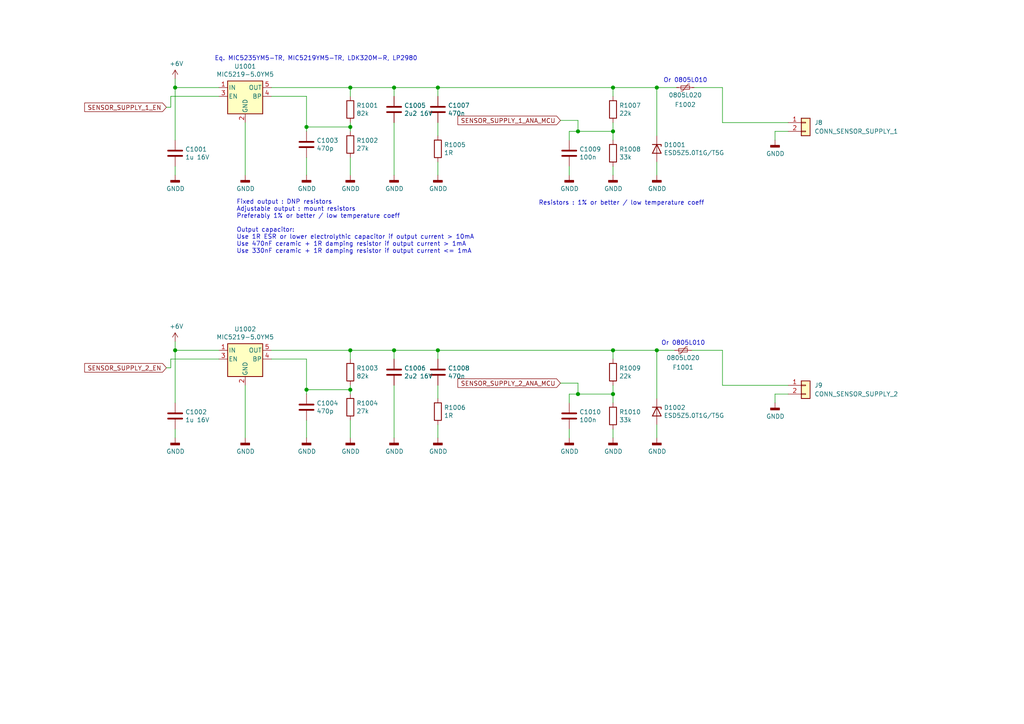
<source format=kicad_sch>
(kicad_sch (version 20211123) (generator eeschema)

  (uuid d6c482ff-4525-4ce3-8956-85284727dbd3)

  (paper "A4")

  (lib_symbols
    (symbol "Connector_Generic:Conn_01x02" (pin_names (offset 1.016) hide) (in_bom yes) (on_board yes)
      (property "Reference" "J" (id 0) (at 0 2.54 0)
        (effects (font (size 1.27 1.27)))
      )
      (property "Value" "Conn_01x02" (id 1) (at 0 -5.08 0)
        (effects (font (size 1.27 1.27)))
      )
      (property "Footprint" "" (id 2) (at 0 0 0)
        (effects (font (size 1.27 1.27)) hide)
      )
      (property "Datasheet" "~" (id 3) (at 0 0 0)
        (effects (font (size 1.27 1.27)) hide)
      )
      (property "ki_keywords" "connector" (id 4) (at 0 0 0)
        (effects (font (size 1.27 1.27)) hide)
      )
      (property "ki_description" "Generic connector, single row, 01x02, script generated (kicad-library-utils/schlib/autogen/connector/)" (id 5) (at 0 0 0)
        (effects (font (size 1.27 1.27)) hide)
      )
      (property "ki_fp_filters" "Connector*:*_1x??_*" (id 6) (at 0 0 0)
        (effects (font (size 1.27 1.27)) hide)
      )
      (symbol "Conn_01x02_1_1"
        (rectangle (start -1.27 -2.413) (end 0 -2.667)
          (stroke (width 0.1524) (type default) (color 0 0 0 0))
          (fill (type none))
        )
        (rectangle (start -1.27 0.127) (end 0 -0.127)
          (stroke (width 0.1524) (type default) (color 0 0 0 0))
          (fill (type none))
        )
        (rectangle (start -1.27 1.27) (end 1.27 -3.81)
          (stroke (width 0.254) (type default) (color 0 0 0 0))
          (fill (type background))
        )
        (pin passive line (at -5.08 0 0) (length 3.81)
          (name "Pin_1" (effects (font (size 1.27 1.27))))
          (number "1" (effects (font (size 1.27 1.27))))
        )
        (pin passive line (at -5.08 -2.54 0) (length 3.81)
          (name "Pin_2" (effects (font (size 1.27 1.27))))
          (number "2" (effects (font (size 1.27 1.27))))
        )
      )
    )
    (symbol "Device:C" (pin_numbers hide) (pin_names (offset 0.254)) (in_bom yes) (on_board yes)
      (property "Reference" "C" (id 0) (at 0.635 2.54 0)
        (effects (font (size 1.27 1.27)) (justify left))
      )
      (property "Value" "C" (id 1) (at 0.635 -2.54 0)
        (effects (font (size 1.27 1.27)) (justify left))
      )
      (property "Footprint" "" (id 2) (at 0.9652 -3.81 0)
        (effects (font (size 1.27 1.27)) hide)
      )
      (property "Datasheet" "~" (id 3) (at 0 0 0)
        (effects (font (size 1.27 1.27)) hide)
      )
      (property "ki_keywords" "cap capacitor" (id 4) (at 0 0 0)
        (effects (font (size 1.27 1.27)) hide)
      )
      (property "ki_description" "Unpolarized capacitor" (id 5) (at 0 0 0)
        (effects (font (size 1.27 1.27)) hide)
      )
      (property "ki_fp_filters" "C_*" (id 6) (at 0 0 0)
        (effects (font (size 1.27 1.27)) hide)
      )
      (symbol "C_0_1"
        (polyline
          (pts
            (xy -2.032 -0.762)
            (xy 2.032 -0.762)
          )
          (stroke (width 0.508) (type default) (color 0 0 0 0))
          (fill (type none))
        )
        (polyline
          (pts
            (xy -2.032 0.762)
            (xy 2.032 0.762)
          )
          (stroke (width 0.508) (type default) (color 0 0 0 0))
          (fill (type none))
        )
      )
      (symbol "C_1_1"
        (pin passive line (at 0 3.81 270) (length 2.794)
          (name "~" (effects (font (size 1.27 1.27))))
          (number "1" (effects (font (size 1.27 1.27))))
        )
        (pin passive line (at 0 -3.81 90) (length 2.794)
          (name "~" (effects (font (size 1.27 1.27))))
          (number "2" (effects (font (size 1.27 1.27))))
        )
      )
    )
    (symbol "Device:D_Zener" (pin_numbers hide) (pin_names (offset 1.016) hide) (in_bom yes) (on_board yes)
      (property "Reference" "D" (id 0) (at 0 2.54 0)
        (effects (font (size 1.27 1.27)))
      )
      (property "Value" "D_Zener" (id 1) (at 0 -2.54 0)
        (effects (font (size 1.27 1.27)))
      )
      (property "Footprint" "" (id 2) (at 0 0 0)
        (effects (font (size 1.27 1.27)) hide)
      )
      (property "Datasheet" "~" (id 3) (at 0 0 0)
        (effects (font (size 1.27 1.27)) hide)
      )
      (property "ki_keywords" "diode" (id 4) (at 0 0 0)
        (effects (font (size 1.27 1.27)) hide)
      )
      (property "ki_description" "Zener diode" (id 5) (at 0 0 0)
        (effects (font (size 1.27 1.27)) hide)
      )
      (property "ki_fp_filters" "TO-???* *_Diode_* *SingleDiode* D_*" (id 6) (at 0 0 0)
        (effects (font (size 1.27 1.27)) hide)
      )
      (symbol "D_Zener_0_1"
        (polyline
          (pts
            (xy 1.27 0)
            (xy -1.27 0)
          )
          (stroke (width 0) (type default) (color 0 0 0 0))
          (fill (type none))
        )
        (polyline
          (pts
            (xy -1.27 -1.27)
            (xy -1.27 1.27)
            (xy -0.762 1.27)
          )
          (stroke (width 0.254) (type default) (color 0 0 0 0))
          (fill (type none))
        )
        (polyline
          (pts
            (xy 1.27 -1.27)
            (xy 1.27 1.27)
            (xy -1.27 0)
            (xy 1.27 -1.27)
          )
          (stroke (width 0.254) (type default) (color 0 0 0 0))
          (fill (type none))
        )
      )
      (symbol "D_Zener_1_1"
        (pin passive line (at -3.81 0 0) (length 2.54)
          (name "K" (effects (font (size 1.27 1.27))))
          (number "1" (effects (font (size 1.27 1.27))))
        )
        (pin passive line (at 3.81 0 180) (length 2.54)
          (name "A" (effects (font (size 1.27 1.27))))
          (number "2" (effects (font (size 1.27 1.27))))
        )
      )
    )
    (symbol "Device:Polyfuse_Small" (pin_numbers hide) (pin_names (offset 0)) (in_bom yes) (on_board yes)
      (property "Reference" "F" (id 0) (at -1.905 0 90)
        (effects (font (size 1.27 1.27)))
      )
      (property "Value" "Polyfuse_Small" (id 1) (at 1.905 0 90)
        (effects (font (size 1.27 1.27)))
      )
      (property "Footprint" "" (id 2) (at 1.27 -5.08 0)
        (effects (font (size 1.27 1.27)) (justify left) hide)
      )
      (property "Datasheet" "~" (id 3) (at 0 0 0)
        (effects (font (size 1.27 1.27)) hide)
      )
      (property "ki_keywords" "resettable fuse PTC PPTC polyfuse polyswitch" (id 4) (at 0 0 0)
        (effects (font (size 1.27 1.27)) hide)
      )
      (property "ki_description" "Resettable fuse, polymeric positive temperature coefficient, small symbol" (id 5) (at 0 0 0)
        (effects (font (size 1.27 1.27)) hide)
      )
      (property "ki_fp_filters" "*polyfuse* *PTC*" (id 6) (at 0 0 0)
        (effects (font (size 1.27 1.27)) hide)
      )
      (symbol "Polyfuse_Small_0_1"
        (rectangle (start -0.508 1.27) (end 0.508 -1.27)
          (stroke (width 0) (type default) (color 0 0 0 0))
          (fill (type none))
        )
        (polyline
          (pts
            (xy 0 2.54)
            (xy 0 -2.54)
          )
          (stroke (width 0) (type default) (color 0 0 0 0))
          (fill (type none))
        )
        (polyline
          (pts
            (xy -1.016 1.27)
            (xy -1.016 0.762)
            (xy 1.016 -0.762)
            (xy 1.016 -1.27)
          )
          (stroke (width 0) (type default) (color 0 0 0 0))
          (fill (type none))
        )
      )
      (symbol "Polyfuse_Small_1_1"
        (pin passive line (at 0 2.54 270) (length 0.635)
          (name "~" (effects (font (size 1.27 1.27))))
          (number "1" (effects (font (size 1.27 1.27))))
        )
        (pin passive line (at 0 -2.54 90) (length 0.635)
          (name "~" (effects (font (size 1.27 1.27))))
          (number "2" (effects (font (size 1.27 1.27))))
        )
      )
    )
    (symbol "Device:R" (pin_numbers hide) (pin_names (offset 0)) (in_bom yes) (on_board yes)
      (property "Reference" "R" (id 0) (at 2.032 0 90)
        (effects (font (size 1.27 1.27)))
      )
      (property "Value" "R" (id 1) (at 0 0 90)
        (effects (font (size 1.27 1.27)))
      )
      (property "Footprint" "" (id 2) (at -1.778 0 90)
        (effects (font (size 1.27 1.27)) hide)
      )
      (property "Datasheet" "~" (id 3) (at 0 0 0)
        (effects (font (size 1.27 1.27)) hide)
      )
      (property "ki_keywords" "R res resistor" (id 4) (at 0 0 0)
        (effects (font (size 1.27 1.27)) hide)
      )
      (property "ki_description" "Resistor" (id 5) (at 0 0 0)
        (effects (font (size 1.27 1.27)) hide)
      )
      (property "ki_fp_filters" "R_*" (id 6) (at 0 0 0)
        (effects (font (size 1.27 1.27)) hide)
      )
      (symbol "R_0_1"
        (rectangle (start -1.016 -2.54) (end 1.016 2.54)
          (stroke (width 0.254) (type default) (color 0 0 0 0))
          (fill (type none))
        )
      )
      (symbol "R_1_1"
        (pin passive line (at 0 3.81 270) (length 1.27)
          (name "~" (effects (font (size 1.27 1.27))))
          (number "1" (effects (font (size 1.27 1.27))))
        )
        (pin passive line (at 0 -3.81 90) (length 1.27)
          (name "~" (effects (font (size 1.27 1.27))))
          (number "2" (effects (font (size 1.27 1.27))))
        )
      )
    )
    (symbol "Regulator_Linear:MIC5219-5.0YM5" (pin_names (offset 0.254)) (in_bom yes) (on_board yes)
      (property "Reference" "U" (id 0) (at -3.81 5.715 0)
        (effects (font (size 1.27 1.27)))
      )
      (property "Value" "MIC5219-5.0YM5" (id 1) (at 0 5.715 0)
        (effects (font (size 1.27 1.27)) (justify left))
      )
      (property "Footprint" "Package_TO_SOT_SMD:SOT-23-5" (id 2) (at 0 8.255 0)
        (effects (font (size 1.27 1.27)) hide)
      )
      (property "Datasheet" "http://ww1.microchip.com/downloads/en/DeviceDoc/MIC5219-500mA-Peak-Output-LDO-Regulator-DS20006021A.pdf" (id 3) (at 0 0 0)
        (effects (font (size 1.27 1.27)) hide)
      )
      (property "ki_keywords" "500mA ultra-low-noise LDO linear voltage regulator fixed positive" (id 4) (at 0 0 0)
        (effects (font (size 1.27 1.27)) hide)
      )
      (property "ki_description" "500mA low dropout linear regulator, fixed 5.0V output, SOT-23-5" (id 5) (at 0 0 0)
        (effects (font (size 1.27 1.27)) hide)
      )
      (property "ki_fp_filters" "SOT?23*" (id 6) (at 0 0 0)
        (effects (font (size 1.27 1.27)) hide)
      )
      (symbol "MIC5219-5.0YM5_0_1"
        (rectangle (start -5.08 4.445) (end 5.08 -5.08)
          (stroke (width 0.254) (type default) (color 0 0 0 0))
          (fill (type background))
        )
      )
      (symbol "MIC5219-5.0YM5_1_1"
        (pin power_in line (at -7.62 2.54 0) (length 2.54)
          (name "IN" (effects (font (size 1.27 1.27))))
          (number "1" (effects (font (size 1.27 1.27))))
        )
        (pin power_in line (at 0 -7.62 90) (length 2.54)
          (name "GND" (effects (font (size 1.27 1.27))))
          (number "2" (effects (font (size 1.27 1.27))))
        )
        (pin input line (at -7.62 0 0) (length 2.54)
          (name "EN" (effects (font (size 1.27 1.27))))
          (number "3" (effects (font (size 1.27 1.27))))
        )
        (pin input line (at 7.62 0 180) (length 2.54)
          (name "BP" (effects (font (size 1.27 1.27))))
          (number "4" (effects (font (size 1.27 1.27))))
        )
        (pin power_out line (at 7.62 2.54 180) (length 2.54)
          (name "OUT" (effects (font (size 1.27 1.27))))
          (number "5" (effects (font (size 1.27 1.27))))
        )
      )
    )
    (symbol "power:+6V" (power) (pin_names (offset 0)) (in_bom yes) (on_board yes)
      (property "Reference" "#PWR" (id 0) (at 0 -3.81 0)
        (effects (font (size 1.27 1.27)) hide)
      )
      (property "Value" "+6V" (id 1) (at 0 3.556 0)
        (effects (font (size 1.27 1.27)))
      )
      (property "Footprint" "" (id 2) (at 0 0 0)
        (effects (font (size 1.27 1.27)) hide)
      )
      (property "Datasheet" "" (id 3) (at 0 0 0)
        (effects (font (size 1.27 1.27)) hide)
      )
      (property "ki_keywords" "power-flag" (id 4) (at 0 0 0)
        (effects (font (size 1.27 1.27)) hide)
      )
      (property "ki_description" "Power symbol creates a global label with name \"+6V\"" (id 5) (at 0 0 0)
        (effects (font (size 1.27 1.27)) hide)
      )
      (symbol "+6V_0_1"
        (polyline
          (pts
            (xy -0.762 1.27)
            (xy 0 2.54)
          )
          (stroke (width 0) (type default) (color 0 0 0 0))
          (fill (type none))
        )
        (polyline
          (pts
            (xy 0 0)
            (xy 0 2.54)
          )
          (stroke (width 0) (type default) (color 0 0 0 0))
          (fill (type none))
        )
        (polyline
          (pts
            (xy 0 2.54)
            (xy 0.762 1.27)
          )
          (stroke (width 0) (type default) (color 0 0 0 0))
          (fill (type none))
        )
      )
      (symbol "+6V_1_1"
        (pin power_in line (at 0 0 90) (length 0) hide
          (name "+6V" (effects (font (size 1.27 1.27))))
          (number "1" (effects (font (size 1.27 1.27))))
        )
      )
    )
    (symbol "power:GNDD" (power) (pin_names (offset 0)) (in_bom yes) (on_board yes)
      (property "Reference" "#PWR" (id 0) (at 0 -6.35 0)
        (effects (font (size 1.27 1.27)) hide)
      )
      (property "Value" "GNDD" (id 1) (at 0 -3.175 0)
        (effects (font (size 1.27 1.27)))
      )
      (property "Footprint" "" (id 2) (at 0 0 0)
        (effects (font (size 1.27 1.27)) hide)
      )
      (property "Datasheet" "" (id 3) (at 0 0 0)
        (effects (font (size 1.27 1.27)) hide)
      )
      (property "ki_keywords" "power-flag" (id 4) (at 0 0 0)
        (effects (font (size 1.27 1.27)) hide)
      )
      (property "ki_description" "Power symbol creates a global label with name \"GNDD\" , digital ground" (id 5) (at 0 0 0)
        (effects (font (size 1.27 1.27)) hide)
      )
      (symbol "GNDD_0_1"
        (rectangle (start -1.27 -1.524) (end 1.27 -2.032)
          (stroke (width 0.254) (type default) (color 0 0 0 0))
          (fill (type outline))
        )
        (polyline
          (pts
            (xy 0 0)
            (xy 0 -1.524)
          )
          (stroke (width 0) (type default) (color 0 0 0 0))
          (fill (type none))
        )
      )
      (symbol "GNDD_1_1"
        (pin power_in line (at 0 0 270) (length 0) hide
          (name "GNDD" (effects (font (size 1.27 1.27))))
          (number "1" (effects (font (size 1.27 1.27))))
        )
      )
    )
  )

  (junction (at 101.6 25.4) (diameter 1.016) (color 0 0 0 0)
    (uuid 0702dee1-f861-4e50-8252-7cb53e6d3259)
  )
  (junction (at 167.64 114.3) (diameter 1.016) (color 0 0 0 0)
    (uuid 0e31ffcf-99fb-4275-800d-d27579fe3735)
  )
  (junction (at 50.8 25.4) (diameter 1.016) (color 0 0 0 0)
    (uuid 2f568f4d-c797-4b83-ae99-7c302d786987)
  )
  (junction (at 101.6 36.83) (diameter 1.016) (color 0 0 0 0)
    (uuid 31757a82-5be6-49f4-8469-6fd1f19a4831)
  )
  (junction (at 177.8 101.6) (diameter 1.016) (color 0 0 0 0)
    (uuid 384f7937-c989-48ca-815c-ca9cd9549604)
  )
  (junction (at 167.64 38.1) (diameter 1.016) (color 0 0 0 0)
    (uuid 4a1889be-7ec6-405b-ae5a-773fc21e97e9)
  )
  (junction (at 101.6 101.6) (diameter 1.016) (color 0 0 0 0)
    (uuid 4dc08b0e-cf74-4295-b811-c24343b38bbd)
  )
  (junction (at 190.5 101.6) (diameter 1.016) (color 0 0 0 0)
    (uuid 4fdb7677-df09-4b9c-9e53-fc4088a7c589)
  )
  (junction (at 50.8 101.6) (diameter 1.016) (color 0 0 0 0)
    (uuid 7dcf8ba3-e6a6-4797-a5fa-81a57fa73b0f)
  )
  (junction (at 88.9 113.03) (diameter 1.016) (color 0 0 0 0)
    (uuid 9879a8a8-b664-4414-bdd6-1a12a279d87c)
  )
  (junction (at 177.8 114.3) (diameter 1.016) (color 0 0 0 0)
    (uuid a86c0538-075e-45a8-b87e-cdc35a79de0e)
  )
  (junction (at 177.8 38.1) (diameter 1.016) (color 0 0 0 0)
    (uuid af3c4291-4f9b-4bb8-9e36-5ee3fcee3e08)
  )
  (junction (at 114.3 101.6) (diameter 1.016) (color 0 0 0 0)
    (uuid b34dc6ff-1aa7-46bb-a6de-a88fbd693f57)
  )
  (junction (at 88.9 36.83) (diameter 1.016) (color 0 0 0 0)
    (uuid b69cb607-e721-4e82-932c-749619a5f51b)
  )
  (junction (at 114.3 25.4) (diameter 1.016) (color 0 0 0 0)
    (uuid c7a8a931-be51-41e0-9536-14da5c4b0f5f)
  )
  (junction (at 190.5 25.4) (diameter 1.016) (color 0 0 0 0)
    (uuid c9030bbb-4170-4ed3-8bce-43ada0cd308b)
  )
  (junction (at 127 101.6) (diameter 1.016) (color 0 0 0 0)
    (uuid cd5690a3-890c-4d22-9010-3d73ae7c1982)
  )
  (junction (at 101.6 113.03) (diameter 1.016) (color 0 0 0 0)
    (uuid dd00503d-8df4-435b-bfc3-85ca3fa156c1)
  )
  (junction (at 177.8 25.4) (diameter 1.016) (color 0 0 0 0)
    (uuid fe202bbd-94bd-4c8c-9c9b-6c8c8bf4cae1)
  )
  (junction (at 127 25.4) (diameter 1.016) (color 0 0 0 0)
    (uuid ff164f5f-b65f-4b7d-ba28-85fe41257652)
  )

  (wire (pts (xy 200.66 101.6) (xy 209.55 101.6))
    (stroke (width 0) (type solid) (color 0 0 0 0))
    (uuid 021ccad0-c21e-4b30-ab29-82538144de96)
  )
  (wire (pts (xy 127 115.57) (xy 127 111.76))
    (stroke (width 0) (type solid) (color 0 0 0 0))
    (uuid 040ba394-fb8e-4613-a16f-b0787959633f)
  )
  (wire (pts (xy 165.1 38.1) (xy 165.1 40.64))
    (stroke (width 0) (type solid) (color 0 0 0 0))
    (uuid 0d81fdd2-1dea-4101-9768-494b34c75e63)
  )
  (wire (pts (xy 114.3 50.8) (xy 114.3 35.56))
    (stroke (width 0) (type solid) (color 0 0 0 0))
    (uuid 11294e9a-a047-4a1a-9122-e7ebc8a2103d)
  )
  (wire (pts (xy 177.8 38.1) (xy 167.64 38.1))
    (stroke (width 0) (type solid) (color 0 0 0 0))
    (uuid 11832f69-e67b-49ef-bcc8-685b612e780e)
  )
  (wire (pts (xy 224.79 38.1) (xy 224.79 40.64))
    (stroke (width 0) (type solid) (color 0 0 0 0))
    (uuid 12a5819c-d209-4677-b568-e4829909a8cc)
  )
  (wire (pts (xy 228.6 38.1) (xy 224.79 38.1))
    (stroke (width 0) (type solid) (color 0 0 0 0))
    (uuid 12a5819c-d209-4677-b568-e4829909a8cd)
  )
  (wire (pts (xy 101.6 111.76) (xy 101.6 113.03))
    (stroke (width 0) (type solid) (color 0 0 0 0))
    (uuid 14845f7e-cfa9-4475-be2b-73f5fe19f2d4)
  )
  (wire (pts (xy 88.9 104.14) (xy 78.74 104.14))
    (stroke (width 0) (type solid) (color 0 0 0 0))
    (uuid 14a1ef5c-4f92-4a8e-a519-7fb42b47fca3)
  )
  (wire (pts (xy 114.3 101.6) (xy 127 101.6))
    (stroke (width 0) (type solid) (color 0 0 0 0))
    (uuid 17494ebf-0881-48b1-adf1-4ca2f981770c)
  )
  (wire (pts (xy 127 25.4) (xy 177.8 25.4))
    (stroke (width 0) (type solid) (color 0 0 0 0))
    (uuid 1cf6bfdf-3ebb-4391-9452-e9887e056d9b)
  )
  (wire (pts (xy 190.5 101.6) (xy 195.58 101.6))
    (stroke (width 0) (type solid) (color 0 0 0 0))
    (uuid 1d0b9eab-153a-432f-b82a-e5f650718c36)
  )
  (wire (pts (xy 71.12 111.76) (xy 71.12 127))
    (stroke (width 0) (type solid) (color 0 0 0 0))
    (uuid 1eaece4d-6a28-4958-a39f-d110dcecd276)
  )
  (wire (pts (xy 127 50.8) (xy 127 46.99))
    (stroke (width 0) (type solid) (color 0 0 0 0))
    (uuid 203812ad-4731-4563-ad4a-aab19e83a80d)
  )
  (wire (pts (xy 177.8 101.6) (xy 190.5 101.6))
    (stroke (width 0) (type solid) (color 0 0 0 0))
    (uuid 223728be-a96c-4298-a23e-ff94073f41ad)
  )
  (wire (pts (xy 224.79 114.3) (xy 224.79 116.84))
    (stroke (width 0) (type solid) (color 0 0 0 0))
    (uuid 242195d4-25d7-40f0-9b8c-c27f4ef6923c)
  )
  (wire (pts (xy 48.26 31.115) (xy 49.53 31.115))
    (stroke (width 0) (type solid) (color 0 0 0 0))
    (uuid 338b8ade-fdf2-484a-9a57-8ef99244092f)
  )
  (wire (pts (xy 49.53 27.94) (xy 49.53 31.115))
    (stroke (width 0) (type solid) (color 0 0 0 0))
    (uuid 338b8ade-fdf2-484a-9a57-8ef992440930)
  )
  (wire (pts (xy 127 101.6) (xy 177.8 101.6))
    (stroke (width 0) (type solid) (color 0 0 0 0))
    (uuid 34439736-2b14-4711-843f-72e5966e1970)
  )
  (wire (pts (xy 50.8 25.4) (xy 50.8 40.64))
    (stroke (width 0) (type solid) (color 0 0 0 0))
    (uuid 39d76225-4faa-4b51-8c48-1468b4a9939f)
  )
  (wire (pts (xy 165.1 114.3) (xy 165.1 116.84))
    (stroke (width 0) (type solid) (color 0 0 0 0))
    (uuid 3a9763ff-81b7-40ed-9e80-4b5bf3bcff9e)
  )
  (wire (pts (xy 101.6 121.92) (xy 101.6 127))
    (stroke (width 0) (type solid) (color 0 0 0 0))
    (uuid 3b34024b-eaaa-44c3-982e-ca0bf7a9b0c8)
  )
  (wire (pts (xy 201.295 25.4) (xy 209.55 25.4))
    (stroke (width 0) (type solid) (color 0 0 0 0))
    (uuid 3ce1cdf1-a088-4abb-b2be-f6a73c90117f)
  )
  (wire (pts (xy 177.8 48.26) (xy 177.8 50.8))
    (stroke (width 0) (type solid) (color 0 0 0 0))
    (uuid 3cfed8f3-d5f2-4228-b8a2-dff7d1741916)
  )
  (wire (pts (xy 162.56 111.125) (xy 167.64 111.125))
    (stroke (width 0) (type solid) (color 0 0 0 0))
    (uuid 428eaacc-eb6d-4a42-b9ca-d8765b4a9c53)
  )
  (wire (pts (xy 50.8 101.6) (xy 50.8 116.84))
    (stroke (width 0) (type solid) (color 0 0 0 0))
    (uuid 4b1ac026-b45a-4794-b642-8bce52e69eed)
  )
  (wire (pts (xy 177.8 25.4) (xy 190.5 25.4))
    (stroke (width 0) (type solid) (color 0 0 0 0))
    (uuid 4de346e7-138f-459c-95dd-ac87d96bb644)
  )
  (wire (pts (xy 101.6 45.72) (xy 101.6 50.8))
    (stroke (width 0) (type solid) (color 0 0 0 0))
    (uuid 4df8ad00-3223-4b45-a3aa-15164c5fd5c0)
  )
  (wire (pts (xy 228.6 111.76) (xy 209.55 111.76))
    (stroke (width 0) (type solid) (color 0 0 0 0))
    (uuid 51dcddfa-d032-4b3d-b577-8020c007b434)
  )
  (wire (pts (xy 177.8 104.14) (xy 177.8 101.6))
    (stroke (width 0) (type solid) (color 0 0 0 0))
    (uuid 536f65b1-8281-4dd4-89ee-7e9a526b30a6)
  )
  (wire (pts (xy 63.5 101.6) (xy 50.8 101.6))
    (stroke (width 0) (type solid) (color 0 0 0 0))
    (uuid 5b5c07e6-8df0-49de-8e05-af445d0d47ee)
  )
  (wire (pts (xy 177.8 114.3) (xy 167.64 114.3))
    (stroke (width 0) (type solid) (color 0 0 0 0))
    (uuid 5ded76b7-9974-47c0-bbcb-b5700cef5ffd)
  )
  (wire (pts (xy 190.5 123.19) (xy 190.5 127))
    (stroke (width 0) (type solid) (color 0 0 0 0))
    (uuid 5f7b26e4-a76f-4a03-ae67-102f25f234e0)
  )
  (wire (pts (xy 88.9 114.3) (xy 88.9 113.03))
    (stroke (width 0) (type solid) (color 0 0 0 0))
    (uuid 600aeee2-a93f-4d28-bc3f-386f4b4e40b9)
  )
  (wire (pts (xy 165.1 48.26) (xy 165.1 50.8))
    (stroke (width 0) (type solid) (color 0 0 0 0))
    (uuid 6156029d-66b9-46f3-9695-420aa90fa295)
  )
  (wire (pts (xy 114.3 101.6) (xy 101.6 101.6))
    (stroke (width 0) (type solid) (color 0 0 0 0))
    (uuid 624a3a1d-62f7-4c9f-93c1-4f367e6cb84e)
  )
  (wire (pts (xy 114.3 104.14) (xy 114.3 101.6))
    (stroke (width 0) (type solid) (color 0 0 0 0))
    (uuid 63cbec23-7c37-4edc-88fe-b5f8f99e9dd9)
  )
  (wire (pts (xy 49.53 27.94) (xy 63.5 27.94))
    (stroke (width 0) (type solid) (color 0 0 0 0))
    (uuid 65dd80e1-e1d5-4cdf-9433-006fa3076c55)
  )
  (wire (pts (xy 114.3 25.4) (xy 127 25.4))
    (stroke (width 0) (type solid) (color 0 0 0 0))
    (uuid 66506f52-a91f-40e6-8971-3c382d02f8a9)
  )
  (wire (pts (xy 49.53 104.14) (xy 63.5 104.14))
    (stroke (width 0) (type solid) (color 0 0 0 0))
    (uuid 6723cb58-7f41-4cca-83c5-18a8a1187a2d)
  )
  (wire (pts (xy 101.6 101.6) (xy 78.74 101.6))
    (stroke (width 0) (type solid) (color 0 0 0 0))
    (uuid 677ab013-794f-4a24-a8b1-c204aa292280)
  )
  (wire (pts (xy 177.8 114.3) (xy 177.8 116.84))
    (stroke (width 0) (type solid) (color 0 0 0 0))
    (uuid 6cdb7f94-fe40-467d-9d21-31a17091ac2b)
  )
  (wire (pts (xy 190.5 115.57) (xy 190.5 101.6))
    (stroke (width 0) (type solid) (color 0 0 0 0))
    (uuid 6dd47f70-e0e5-4086-b184-d4cf571556c3)
  )
  (wire (pts (xy 88.9 45.72) (xy 88.9 50.8))
    (stroke (width 0) (type solid) (color 0 0 0 0))
    (uuid 716766f3-e0b4-4e31-94c5-064bb377fa2b)
  )
  (wire (pts (xy 190.5 46.99) (xy 190.5 50.8))
    (stroke (width 0) (type solid) (color 0 0 0 0))
    (uuid 74779d90-7219-4927-ac49-00d0267a7205)
  )
  (wire (pts (xy 177.8 111.76) (xy 177.8 114.3))
    (stroke (width 0) (type solid) (color 0 0 0 0))
    (uuid 754e9697-94a6-4a62-b7e7-6a353eab400b)
  )
  (wire (pts (xy 167.64 38.1) (xy 165.1 38.1))
    (stroke (width 0) (type solid) (color 0 0 0 0))
    (uuid 755b1673-60df-4607-b4ff-2f495a870e14)
  )
  (wire (pts (xy 101.6 104.14) (xy 101.6 101.6))
    (stroke (width 0) (type solid) (color 0 0 0 0))
    (uuid 782f74bb-c069-46fb-93d6-205a85892efd)
  )
  (wire (pts (xy 127 127) (xy 127 123.19))
    (stroke (width 0) (type solid) (color 0 0 0 0))
    (uuid 795171c2-cf88-40b5-9f41-3d28cb1f75b9)
  )
  (wire (pts (xy 177.8 38.1) (xy 177.8 40.64))
    (stroke (width 0) (type solid) (color 0 0 0 0))
    (uuid 7a15a645-0f53-483e-bead-f8e4333bb7a4)
  )
  (wire (pts (xy 177.8 27.94) (xy 177.8 25.4))
    (stroke (width 0) (type solid) (color 0 0 0 0))
    (uuid 7bdad4b9-853b-458c-8da5-df1872456cd2)
  )
  (wire (pts (xy 50.8 99.06) (xy 50.8 101.6))
    (stroke (width 0) (type solid) (color 0 0 0 0))
    (uuid 8359ddc4-c5d2-4ab5-bda9-1bc1537a23c7)
  )
  (wire (pts (xy 127 39.37) (xy 127 35.56))
    (stroke (width 0) (type solid) (color 0 0 0 0))
    (uuid 839689e7-baa8-4483-bbcb-2d64b85ee166)
  )
  (wire (pts (xy 127 25.4) (xy 127 27.94))
    (stroke (width 0) (type solid) (color 0 0 0 0))
    (uuid 8caa1430-a309-4fbc-a960-a402e1c8d903)
  )
  (wire (pts (xy 101.6 25.4) (xy 78.74 25.4))
    (stroke (width 0) (type solid) (color 0 0 0 0))
    (uuid 95e5a806-e618-446d-9d5d-bdb43b84e2fe)
  )
  (wire (pts (xy 63.5 25.4) (xy 50.8 25.4))
    (stroke (width 0) (type solid) (color 0 0 0 0))
    (uuid 9ad86d59-285d-42ec-b0dc-6e66498f3274)
  )
  (wire (pts (xy 162.56 34.925) (xy 167.64 34.925))
    (stroke (width 0) (type solid) (color 0 0 0 0))
    (uuid a8117ae4-0d36-4b71-b087-62d1d3ae43f5)
  )
  (wire (pts (xy 101.6 113.03) (xy 88.9 113.03))
    (stroke (width 0) (type solid) (color 0 0 0 0))
    (uuid aa9ee28c-c630-4b4c-af77-051636f694f4)
  )
  (wire (pts (xy 209.55 35.56) (xy 209.55 25.4))
    (stroke (width 0) (type solid) (color 0 0 0 0))
    (uuid adddc7ec-27e4-4193-ab0b-e3937f176a02)
  )
  (wire (pts (xy 228.6 35.56) (xy 209.55 35.56))
    (stroke (width 0) (type solid) (color 0 0 0 0))
    (uuid adddc7ec-27e4-4193-ab0b-e3937f176a03)
  )
  (wire (pts (xy 48.26 106.68) (xy 49.53 106.68))
    (stroke (width 0) (type solid) (color 0 0 0 0))
    (uuid b1725a32-8f04-4c12-b4bf-c83ab30f8b2d)
  )
  (wire (pts (xy 49.53 104.14) (xy 49.53 106.68))
    (stroke (width 0) (type solid) (color 0 0 0 0))
    (uuid b1725a32-8f04-4c12-b4bf-c83ab30f8b2e)
  )
  (wire (pts (xy 88.9 121.92) (xy 88.9 127))
    (stroke (width 0) (type solid) (color 0 0 0 0))
    (uuid ba730446-dfba-4437-a8ed-c6ce1673abce)
  )
  (wire (pts (xy 167.64 34.925) (xy 167.64 38.1))
    (stroke (width 0) (type solid) (color 0 0 0 0))
    (uuid bdeabc81-1794-43e0-95a6-6155c4610d1b)
  )
  (wire (pts (xy 101.6 35.56) (xy 101.6 36.83))
    (stroke (width 0) (type solid) (color 0 0 0 0))
    (uuid be3fb4a5-3e11-46b1-b821-e1ff5ade7946)
  )
  (wire (pts (xy 88.9 113.03) (xy 88.9 104.14))
    (stroke (width 0) (type solid) (color 0 0 0 0))
    (uuid bfbbd392-1bab-4188-aeed-5b598bbbaf19)
  )
  (wire (pts (xy 228.6 114.3) (xy 224.79 114.3))
    (stroke (width 0) (type solid) (color 0 0 0 0))
    (uuid c08e511e-09fd-4396-94fe-cd7d52174c2e)
  )
  (wire (pts (xy 114.3 25.4) (xy 101.6 25.4))
    (stroke (width 0) (type solid) (color 0 0 0 0))
    (uuid c35b8d98-950c-4556-863e-49a395779aba)
  )
  (wire (pts (xy 50.8 48.26) (xy 50.8 50.8))
    (stroke (width 0) (type solid) (color 0 0 0 0))
    (uuid c412a91f-5174-4d07-b80c-d4a48f493ec3)
  )
  (wire (pts (xy 167.64 111.125) (xy 167.64 114.3))
    (stroke (width 0) (type solid) (color 0 0 0 0))
    (uuid c741ec7c-eb7c-4320-a080-a0ed39485021)
  )
  (wire (pts (xy 127 101.6) (xy 127 104.14))
    (stroke (width 0) (type solid) (color 0 0 0 0))
    (uuid c7c0e113-39ab-4761-b1c2-55e71e72d39d)
  )
  (wire (pts (xy 71.12 35.56) (xy 71.12 50.8))
    (stroke (width 0) (type solid) (color 0 0 0 0))
    (uuid c8457083-ad83-4100-b4b8-e6e062266eaf)
  )
  (wire (pts (xy 88.9 38.1) (xy 88.9 36.83))
    (stroke (width 0) (type solid) (color 0 0 0 0))
    (uuid c86672fd-fb74-4f50-b29f-353511a670a0)
  )
  (wire (pts (xy 88.9 27.94) (xy 78.74 27.94))
    (stroke (width 0) (type solid) (color 0 0 0 0))
    (uuid c98420b1-0e39-4e57-8c77-87a7926853d3)
  )
  (wire (pts (xy 101.6 27.94) (xy 101.6 25.4))
    (stroke (width 0) (type solid) (color 0 0 0 0))
    (uuid d239d04d-e174-4b6b-b82f-1df98bbbbc23)
  )
  (wire (pts (xy 177.8 124.46) (xy 177.8 127))
    (stroke (width 0) (type solid) (color 0 0 0 0))
    (uuid d37e45f4-54ad-4d50-a8f0-aea28b00a4d9)
  )
  (wire (pts (xy 50.8 124.46) (xy 50.8 127))
    (stroke (width 0) (type solid) (color 0 0 0 0))
    (uuid d7e022c0-101e-4ae8-a836-702d0d7831fe)
  )
  (wire (pts (xy 167.64 114.3) (xy 165.1 114.3))
    (stroke (width 0) (type solid) (color 0 0 0 0))
    (uuid dafa8ea0-6a6c-43fe-bcbd-359f66251913)
  )
  (wire (pts (xy 209.55 101.6) (xy 209.55 111.76))
    (stroke (width 0) (type solid) (color 0 0 0 0))
    (uuid dd1b3568-88d3-48b9-a996-2ed9d46f3289)
  )
  (wire (pts (xy 190.5 25.4) (xy 196.215 25.4))
    (stroke (width 0) (type solid) (color 0 0 0 0))
    (uuid dd2ab150-5a78-41b8-a589-858fc115c56d)
  )
  (wire (pts (xy 101.6 36.83) (xy 88.9 36.83))
    (stroke (width 0) (type solid) (color 0 0 0 0))
    (uuid de9d75cf-cc37-4478-a49e-c33e798d8c88)
  )
  (wire (pts (xy 190.5 39.37) (xy 190.5 25.4))
    (stroke (width 0) (type solid) (color 0 0 0 0))
    (uuid dfdcf732-e9a0-4a40-928b-e608f040c7cd)
  )
  (wire (pts (xy 88.9 36.83) (xy 88.9 27.94))
    (stroke (width 0) (type solid) (color 0 0 0 0))
    (uuid e3e79d92-00b0-45b3-aebd-f9dff28d35d6)
  )
  (wire (pts (xy 114.3 127) (xy 114.3 111.76))
    (stroke (width 0) (type solid) (color 0 0 0 0))
    (uuid e67dabe7-c7ea-4e37-877e-c8936e5f920d)
  )
  (wire (pts (xy 101.6 113.03) (xy 101.6 114.3))
    (stroke (width 0) (type solid) (color 0 0 0 0))
    (uuid ef9690bb-65e0-4878-8212-f1a06d3c136e)
  )
  (wire (pts (xy 101.6 36.83) (xy 101.6 38.1))
    (stroke (width 0) (type solid) (color 0 0 0 0))
    (uuid efab25b3-8cf1-4c5a-b77f-b178c8c32691)
  )
  (wire (pts (xy 165.1 124.46) (xy 165.1 127))
    (stroke (width 0) (type solid) (color 0 0 0 0))
    (uuid efda8f5e-8d95-4294-bd09-d856b19dce77)
  )
  (wire (pts (xy 114.3 27.94) (xy 114.3 25.4))
    (stroke (width 0) (type solid) (color 0 0 0 0))
    (uuid f0bcb756-9c11-4fbf-b9ff-6740a8115e8c)
  )
  (wire (pts (xy 50.8 22.86) (xy 50.8 25.4))
    (stroke (width 0) (type solid) (color 0 0 0 0))
    (uuid fc120c43-ccc3-40ff-aa23-91fdf49c7818)
  )
  (wire (pts (xy 177.8 35.56) (xy 177.8 38.1))
    (stroke (width 0) (type solid) (color 0 0 0 0))
    (uuid fd2a36f2-b026-4ec1-870c-2224a05913e7)
  )

  (text "Fixed output : DNP resistors\nAdjustable output : mount resistors\nPreferably 1% or better / low temperature coeff"
    (at 68.58 63.5 0)
    (effects (font (size 1.27 1.27)) (justify left bottom))
    (uuid 09fe89fc-8ec2-406d-a2a8-14dd11eaca09)
  )
  (text "Resistors : 1% or better / low temperature coeff" (at 156.21 59.69 0)
    (effects (font (size 1.27 1.27)) (justify left bottom))
    (uuid 35e5bd75-dd26-4bba-8c1f-b142451f1679)
  )
  (text "Or 0805L010" (at 192.405 24.13 0)
    (effects (font (size 1.27 1.27)) (justify left bottom))
    (uuid 660bfb5a-3de8-41a1-906d-120bfd02a5b9)
  )
  (text "Or 0805L010" (at 191.77 100.33 0)
    (effects (font (size 1.27 1.27)) (justify left bottom))
    (uuid d76b39b5-c3f8-47e2-9885-fe8e6a5ac80a)
  )
  (text "Eq. MIC5235YM5-TR, MIC5219YM5-TR, LDK320M-R, LP2980"
    (at 62.23 17.78 0)
    (effects (font (size 1.27 1.27)) (justify left bottom))
    (uuid ed4c4d41-a685-4c49-951d-12a5027b72b4)
  )
  (text "Output capacitor:\nUse 1R ESR or lower electrolythic capacitor if output current > 10mA\nUse 470nF ceramic + 1R damping resistor if output current > 1mA\nUse 330nF ceramic + 1R damping resistor if output current <= 1mA"
    (at 68.58 73.66 0)
    (effects (font (size 1.27 1.27)) (justify left bottom))
    (uuid f88dcce2-5423-47a1-855a-e122e2533d72)
  )

  (global_label "SENSOR_SUPPLY_2_EN" (shape input) (at 48.26 106.68 180)
    (effects (font (size 1.27 1.27)) (justify right))
    (uuid 10fe937d-b74e-405c-8450-a8c03424c8a0)
    (property "Intersheet References" "${INTERSHEET_REFS}" (id 0) (at 16.9877 106.6006 0)
      (effects (font (size 1.27 1.27)) (justify right) hide)
    )
  )
  (global_label "SENSOR_SUPPLY_2_ANA_MCU" (shape input) (at 162.56 111.125 180)
    (effects (font (size 1.27 1.27)) (justify right))
    (uuid 95d7798e-b2c9-430e-afff-0064989185c2)
    (property "Intersheet References" "${INTERSHEET_REFS}" (id 0) (at 131.2877 111.0456 0)
      (effects (font (size 1.27 1.27)) (justify right) hide)
    )
  )
  (global_label "SENSOR_SUPPLY_1_ANA_MCU" (shape input) (at 162.56 34.925 180)
    (effects (font (size 1.27 1.27)) (justify right))
    (uuid a01764cb-db2d-4973-a903-9d68d318a649)
    (property "Intersheet References" "${INTERSHEET_REFS}" (id 0) (at 131.2877 34.8456 0)
      (effects (font (size 1.27 1.27)) (justify right) hide)
    )
  )
  (global_label "SENSOR_SUPPLY_1_EN" (shape input) (at 48.26 31.115 180)
    (effects (font (size 1.27 1.27)) (justify right))
    (uuid f4d8fabe-0448-439d-9728-d213cfdf8182)
    (property "Intersheet References" "${INTERSHEET_REFS}" (id 0) (at 16.9877 31.0356 0)
      (effects (font (size 1.27 1.27)) (justify right) hide)
    )
  )

  (symbol (lib_id "Regulator_Linear:MIC5219-5.0YM5") (at 71.12 27.94 0) (unit 1)
    (in_bom yes) (on_board yes)
    (uuid 00000000-0000-0000-0000-0000607664ff)
    (property "Reference" "U1001" (id 0) (at 71.12 19.2532 0))
    (property "Value" "MIC5219-5.0YM5" (id 1) (at 71.12 21.5646 0))
    (property "Footprint" "Package_TO_SOT_SMD:SOT-23-5" (id 2) (at 71.12 19.685 0)
      (effects (font (size 1.27 1.27)) hide)
    )
    (property "Datasheet" "http://ww1.microchip.com/downloads/en/DeviceDoc/MIC5219-500mA-Peak-Output-LDO-Regulator-DS20006021A.pdf" (id 3) (at 71.12 27.94 0)
      (effects (font (size 1.27 1.27)) hide)
    )
    (pin "1" (uuid 2d563aaf-6a17-4c20-98e7-bedc8ead78bc))
    (pin "2" (uuid e221d9ee-d73e-42d6-9abd-0e741f7eaed4))
    (pin "3" (uuid 32d09acf-297f-45f3-b61e-b7aac0ed3439))
    (pin "4" (uuid bb7a1e65-e545-4504-9d9b-f98fa1fdcfd5))
    (pin "5" (uuid a9c9169b-98cf-4ea9-808a-81b11f158ef3))
  )

  (symbol (lib_id "power:GNDD") (at 71.12 50.8 0) (unit 1)
    (in_bom yes) (on_board yes)
    (uuid 00000000-0000-0000-0000-000060768405)
    (property "Reference" "#PWR01005" (id 0) (at 71.12 57.15 0)
      (effects (font (size 1.27 1.27)) hide)
    )
    (property "Value" "GNDD" (id 1) (at 71.2216 54.737 0))
    (property "Footprint" "" (id 2) (at 71.12 50.8 0)
      (effects (font (size 1.27 1.27)) hide)
    )
    (property "Datasheet" "" (id 3) (at 71.12 50.8 0)
      (effects (font (size 1.27 1.27)) hide)
    )
    (pin "1" (uuid 4fbb22ae-72f9-48e3-b587-9e83222b05e1))
  )

  (symbol (lib_id "Device:C") (at 88.9 41.91 0) (unit 1)
    (in_bom yes) (on_board yes)
    (uuid 00000000-0000-0000-0000-000060768b2a)
    (property "Reference" "C1003" (id 0) (at 91.821 40.7416 0)
      (effects (font (size 1.27 1.27)) (justify left))
    )
    (property "Value" "470p" (id 1) (at 91.821 43.053 0)
      (effects (font (size 1.27 1.27)) (justify left))
    )
    (property "Footprint" "Capacitor_SMD:C_0603_1608Metric" (id 2) (at 89.8652 45.72 0)
      (effects (font (size 1.27 1.27)) hide)
    )
    (property "Datasheet" "~" (id 3) (at 88.9 41.91 0)
      (effects (font (size 1.27 1.27)) hide)
    )
    (pin "1" (uuid 3495aba1-fa96-4ec4-9a69-09e5bd9d43e0))
    (pin "2" (uuid adf680e3-b086-4f77-8f4b-ecf6e6dede84))
  )

  (symbol (lib_id "Device:R") (at 101.6 41.91 0) (unit 1)
    (in_bom yes) (on_board yes)
    (uuid 00000000-0000-0000-0000-000060769812)
    (property "Reference" "R1002" (id 0) (at 103.378 40.7416 0)
      (effects (font (size 1.27 1.27)) (justify left))
    )
    (property "Value" "27k" (id 1) (at 103.378 43.053 0)
      (effects (font (size 1.27 1.27)) (justify left))
    )
    (property "Footprint" "Resistor_SMD:R_0603_1608Metric" (id 2) (at 99.822 41.91 90)
      (effects (font (size 1.27 1.27)) hide)
    )
    (property "Datasheet" "~" (id 3) (at 101.6 41.91 0)
      (effects (font (size 1.27 1.27)) hide)
    )
    (pin "1" (uuid 98f18ff2-5724-4fb4-b44b-81ce6fc71406))
    (pin "2" (uuid 3cb4bf99-9f8b-4083-b84a-f237a57d23b6))
  )

  (symbol (lib_id "Device:R") (at 101.6 31.75 0) (unit 1)
    (in_bom yes) (on_board yes)
    (uuid 00000000-0000-0000-0000-00006076b2c6)
    (property "Reference" "R1001" (id 0) (at 103.378 30.5816 0)
      (effects (font (size 1.27 1.27)) (justify left))
    )
    (property "Value" "82k" (id 1) (at 103.378 32.893 0)
      (effects (font (size 1.27 1.27)) (justify left))
    )
    (property "Footprint" "Resistor_SMD:R_0603_1608Metric" (id 2) (at 99.822 31.75 90)
      (effects (font (size 1.27 1.27)) hide)
    )
    (property "Datasheet" "~" (id 3) (at 101.6 31.75 0)
      (effects (font (size 1.27 1.27)) hide)
    )
    (pin "1" (uuid 31a2f2cb-0fa8-470c-8010-ef3f3a93ad3e))
    (pin "2" (uuid 2d556b8d-9ba6-4afa-a7e3-0b8ddc350f36))
  )

  (symbol (lib_id "power:GNDD") (at 88.9 50.8 0) (unit 1)
    (in_bom yes) (on_board yes)
    (uuid 00000000-0000-0000-0000-00006076bd46)
    (property "Reference" "#PWR01007" (id 0) (at 88.9 57.15 0)
      (effects (font (size 1.27 1.27)) hide)
    )
    (property "Value" "GNDD" (id 1) (at 89.0016 54.737 0))
    (property "Footprint" "" (id 2) (at 88.9 50.8 0)
      (effects (font (size 1.27 1.27)) hide)
    )
    (property "Datasheet" "" (id 3) (at 88.9 50.8 0)
      (effects (font (size 1.27 1.27)) hide)
    )
    (pin "1" (uuid c0164375-2cee-43e7-b250-3e23f3c3d03d))
  )

  (symbol (lib_id "power:GNDD") (at 101.6 50.8 0) (unit 1)
    (in_bom yes) (on_board yes)
    (uuid 00000000-0000-0000-0000-00006076c221)
    (property "Reference" "#PWR01009" (id 0) (at 101.6 57.15 0)
      (effects (font (size 1.27 1.27)) hide)
    )
    (property "Value" "GNDD" (id 1) (at 101.7016 54.737 0))
    (property "Footprint" "" (id 2) (at 101.6 50.8 0)
      (effects (font (size 1.27 1.27)) hide)
    )
    (property "Datasheet" "" (id 3) (at 101.6 50.8 0)
      (effects (font (size 1.27 1.27)) hide)
    )
    (pin "1" (uuid fdce73aa-7f4e-4f32-83a9-97981cd4d086))
  )

  (symbol (lib_id "power:GNDD") (at 50.8 50.8 0) (unit 1)
    (in_bom yes) (on_board yes)
    (uuid 00000000-0000-0000-0000-00006076e395)
    (property "Reference" "#PWR01002" (id 0) (at 50.8 57.15 0)
      (effects (font (size 1.27 1.27)) hide)
    )
    (property "Value" "GNDD" (id 1) (at 50.9016 54.737 0))
    (property "Footprint" "" (id 2) (at 50.8 50.8 0)
      (effects (font (size 1.27 1.27)) hide)
    )
    (property "Datasheet" "" (id 3) (at 50.8 50.8 0)
      (effects (font (size 1.27 1.27)) hide)
    )
    (pin "1" (uuid 03525ccc-4c24-4db2-b5d7-72137542c6c9))
  )

  (symbol (lib_id "power:+6V") (at 50.8 22.86 0) (unit 1)
    (in_bom yes) (on_board yes)
    (uuid 00000000-0000-0000-0000-00006076f0c4)
    (property "Reference" "#PWR01001" (id 0) (at 50.8 26.67 0)
      (effects (font (size 1.27 1.27)) hide)
    )
    (property "Value" "+6V" (id 1) (at 51.181 18.4658 0))
    (property "Footprint" "" (id 2) (at 50.8 22.86 0)
      (effects (font (size 1.27 1.27)) hide)
    )
    (property "Datasheet" "" (id 3) (at 50.8 22.86 0)
      (effects (font (size 1.27 1.27)) hide)
    )
    (pin "1" (uuid 8d271eed-0089-42fb-815f-410589daf11d))
  )

  (symbol (lib_id "Device:C") (at 127 31.75 0) (unit 1)
    (in_bom yes) (on_board yes)
    (uuid 00000000-0000-0000-0000-0000607707af)
    (property "Reference" "C1007" (id 0) (at 129.921 30.5816 0)
      (effects (font (size 1.27 1.27)) (justify left))
    )
    (property "Value" "470n" (id 1) (at 129.921 32.893 0)
      (effects (font (size 1.27 1.27)) (justify left))
    )
    (property "Footprint" "Capacitor_SMD:C_0603_1608Metric" (id 2) (at 127.9652 35.56 0)
      (effects (font (size 1.27 1.27)) hide)
    )
    (property "Datasheet" "~" (id 3) (at 127 31.75 0)
      (effects (font (size 1.27 1.27)) hide)
    )
    (pin "1" (uuid 6321cce1-3c7b-489e-a11e-01844972e827))
    (pin "2" (uuid 676dd89a-c33e-4db5-8ecc-9a2834bd554c))
  )

  (symbol (lib_id "Device:R") (at 127 43.18 0) (unit 1)
    (in_bom yes) (on_board yes)
    (uuid 00000000-0000-0000-0000-0000607712bd)
    (property "Reference" "R1005" (id 0) (at 128.778 42.0116 0)
      (effects (font (size 1.27 1.27)) (justify left))
    )
    (property "Value" "1R" (id 1) (at 128.778 44.323 0)
      (effects (font (size 1.27 1.27)) (justify left))
    )
    (property "Footprint" "Resistor_SMD:R_0603_1608Metric" (id 2) (at 125.222 43.18 90)
      (effects (font (size 1.27 1.27)) hide)
    )
    (property "Datasheet" "~" (id 3) (at 127 43.18 0)
      (effects (font (size 1.27 1.27)) hide)
    )
    (pin "1" (uuid 57ab973a-f521-400d-9552-3f4557803e7a))
    (pin "2" (uuid 08b3303a-fe99-41b5-b0e3-c581994bd6e4))
  )

  (symbol (lib_id "power:GNDD") (at 114.3 50.8 0) (unit 1)
    (in_bom yes) (on_board yes)
    (uuid 00000000-0000-0000-0000-00006077181a)
    (property "Reference" "#PWR01011" (id 0) (at 114.3 57.15 0)
      (effects (font (size 1.27 1.27)) hide)
    )
    (property "Value" "GNDD" (id 1) (at 114.4016 54.737 0))
    (property "Footprint" "" (id 2) (at 114.3 50.8 0)
      (effects (font (size 1.27 1.27)) hide)
    )
    (property "Datasheet" "" (id 3) (at 114.3 50.8 0)
      (effects (font (size 1.27 1.27)) hide)
    )
    (pin "1" (uuid 6af696a7-0e85-40fb-9f5c-6633befb1fb0))
  )

  (symbol (lib_id "power:GNDD") (at 127 50.8 0) (unit 1)
    (in_bom yes) (on_board yes)
    (uuid 00000000-0000-0000-0000-000060771b6c)
    (property "Reference" "#PWR01013" (id 0) (at 127 57.15 0)
      (effects (font (size 1.27 1.27)) hide)
    )
    (property "Value" "GNDD" (id 1) (at 127.1016 54.737 0))
    (property "Footprint" "" (id 2) (at 127 50.8 0)
      (effects (font (size 1.27 1.27)) hide)
    )
    (property "Datasheet" "" (id 3) (at 127 50.8 0)
      (effects (font (size 1.27 1.27)) hide)
    )
    (pin "1" (uuid cf6125f9-d6f9-4725-a786-90c045988164))
  )

  (symbol (lib_id "Device:D_Zener") (at 190.5 43.18 270) (unit 1)
    (in_bom yes) (on_board yes)
    (uuid 00000000-0000-0000-0000-000060781608)
    (property "Reference" "D1001" (id 0) (at 192.532 42.0116 90)
      (effects (font (size 1.27 1.27)) (justify left))
    )
    (property "Value" "ESD5Z5.0T1G/T5G" (id 1) (at 192.532 44.323 90)
      (effects (font (size 1.27 1.27)) (justify left))
    )
    (property "Footprint" "Diode_SMD:D_SOD-523" (id 2) (at 190.5 43.18 0)
      (effects (font (size 1.27 1.27)) hide)
    )
    (property "Datasheet" "~" (id 3) (at 190.5 43.18 0)
      (effects (font (size 1.27 1.27)) hide)
    )
    (pin "1" (uuid 857978c1-b075-427b-aec2-fe5a6af99cb3))
    (pin "2" (uuid fcf19e24-e023-41f8-93d3-2ed58f1460c8))
  )

  (symbol (lib_id "power:GNDD") (at 190.5 50.8 0) (unit 1)
    (in_bom yes) (on_board yes)
    (uuid 00000000-0000-0000-0000-000060783221)
    (property "Reference" "#PWR01019" (id 0) (at 190.5 57.15 0)
      (effects (font (size 1.27 1.27)) hide)
    )
    (property "Value" "GNDD" (id 1) (at 190.6016 54.737 0))
    (property "Footprint" "" (id 2) (at 190.5 50.8 0)
      (effects (font (size 1.27 1.27)) hide)
    )
    (property "Datasheet" "" (id 3) (at 190.5 50.8 0)
      (effects (font (size 1.27 1.27)) hide)
    )
    (pin "1" (uuid 8b44b9d5-5a8a-4af0-8eaa-ce427e159755))
  )

  (symbol (lib_id "Regulator_Linear:MIC5219-5.0YM5") (at 71.12 104.14 0) (unit 1)
    (in_bom yes) (on_board yes)
    (uuid 00000000-0000-0000-0000-0000607947f1)
    (property "Reference" "U1002" (id 0) (at 71.12 95.4532 0))
    (property "Value" "MIC5219-5.0YM5" (id 1) (at 71.12 97.7646 0))
    (property "Footprint" "Package_TO_SOT_SMD:SOT-23-5" (id 2) (at 71.12 95.885 0)
      (effects (font (size 1.27 1.27)) hide)
    )
    (property "Datasheet" "http://ww1.microchip.com/downloads/en/DeviceDoc/MIC5219-500mA-Peak-Output-LDO-Regulator-DS20006021A.pdf" (id 3) (at 71.12 104.14 0)
      (effects (font (size 1.27 1.27)) hide)
    )
    (pin "1" (uuid 421e15cb-9461-42bd-8a93-fc4ff8ab09d6))
    (pin "2" (uuid 4db20321-2c07-43df-9abb-1e65e6fe2750))
    (pin "3" (uuid d3f849a9-8f84-41e2-9e73-4ffa84d4299d))
    (pin "4" (uuid d923fe7a-b1b5-42bd-af29-c147464237f7))
    (pin "5" (uuid 06c0767f-cde2-4d1b-bf6b-392f188f198f))
  )

  (symbol (lib_id "power:GNDD") (at 71.12 127 0) (unit 1)
    (in_bom yes) (on_board yes)
    (uuid 00000000-0000-0000-0000-0000607947fb)
    (property "Reference" "#PWR01006" (id 0) (at 71.12 133.35 0)
      (effects (font (size 1.27 1.27)) hide)
    )
    (property "Value" "GNDD" (id 1) (at 71.2216 130.937 0))
    (property "Footprint" "" (id 2) (at 71.12 127 0)
      (effects (font (size 1.27 1.27)) hide)
    )
    (property "Datasheet" "" (id 3) (at 71.12 127 0)
      (effects (font (size 1.27 1.27)) hide)
    )
    (pin "1" (uuid 52ba17de-84f9-4167-9d5d-6633cf49ca58))
  )

  (symbol (lib_id "Device:C") (at 88.9 118.11 0) (unit 1)
    (in_bom yes) (on_board yes)
    (uuid 00000000-0000-0000-0000-000060794805)
    (property "Reference" "C1004" (id 0) (at 91.821 116.9416 0)
      (effects (font (size 1.27 1.27)) (justify left))
    )
    (property "Value" "470p" (id 1) (at 91.821 119.253 0)
      (effects (font (size 1.27 1.27)) (justify left))
    )
    (property "Footprint" "Capacitor_SMD:C_0603_1608Metric" (id 2) (at 89.8652 121.92 0)
      (effects (font (size 1.27 1.27)) hide)
    )
    (property "Datasheet" "~" (id 3) (at 88.9 118.11 0)
      (effects (font (size 1.27 1.27)) hide)
    )
    (pin "1" (uuid 2d5a15a0-707b-46e7-8666-fb9e92d41636))
    (pin "2" (uuid 6425c03d-2251-486b-8370-08ebf4eea63a))
  )

  (symbol (lib_id "Device:R") (at 101.6 118.11 0) (unit 1)
    (in_bom yes) (on_board yes)
    (uuid 00000000-0000-0000-0000-00006079480f)
    (property "Reference" "R1004" (id 0) (at 103.378 116.9416 0)
      (effects (font (size 1.27 1.27)) (justify left))
    )
    (property "Value" "27k" (id 1) (at 103.378 119.253 0)
      (effects (font (size 1.27 1.27)) (justify left))
    )
    (property "Footprint" "Resistor_SMD:R_0603_1608Metric" (id 2) (at 99.822 118.11 90)
      (effects (font (size 1.27 1.27)) hide)
    )
    (property "Datasheet" "~" (id 3) (at 101.6 118.11 0)
      (effects (font (size 1.27 1.27)) hide)
    )
    (pin "1" (uuid a9509d25-4f04-4f0c-ad27-af52d6a36551))
    (pin "2" (uuid dcd373cc-ef6b-4c50-a586-6c2d3431242c))
  )

  (symbol (lib_id "Device:R") (at 101.6 107.95 0) (unit 1)
    (in_bom yes) (on_board yes)
    (uuid 00000000-0000-0000-0000-000060794819)
    (property "Reference" "R1003" (id 0) (at 103.378 106.7816 0)
      (effects (font (size 1.27 1.27)) (justify left))
    )
    (property "Value" "82k" (id 1) (at 103.378 109.093 0)
      (effects (font (size 1.27 1.27)) (justify left))
    )
    (property "Footprint" "Resistor_SMD:R_0603_1608Metric" (id 2) (at 99.822 107.95 90)
      (effects (font (size 1.27 1.27)) hide)
    )
    (property "Datasheet" "~" (id 3) (at 101.6 107.95 0)
      (effects (font (size 1.27 1.27)) hide)
    )
    (pin "1" (uuid 6c599dd8-986f-4827-9461-339716497a68))
    (pin "2" (uuid 9ca5f899-b4e2-4cf0-a9d2-710ae3fc8abc))
  )

  (symbol (lib_id "power:GNDD") (at 88.9 127 0) (unit 1)
    (in_bom yes) (on_board yes)
    (uuid 00000000-0000-0000-0000-000060794824)
    (property "Reference" "#PWR01008" (id 0) (at 88.9 133.35 0)
      (effects (font (size 1.27 1.27)) hide)
    )
    (property "Value" "GNDD" (id 1) (at 89.0016 130.937 0))
    (property "Footprint" "" (id 2) (at 88.9 127 0)
      (effects (font (size 1.27 1.27)) hide)
    )
    (property "Datasheet" "" (id 3) (at 88.9 127 0)
      (effects (font (size 1.27 1.27)) hide)
    )
    (pin "1" (uuid 69cbc420-1f8e-4f15-9de6-71c04edd650c))
  )

  (symbol (lib_id "power:GNDD") (at 101.6 127 0) (unit 1)
    (in_bom yes) (on_board yes)
    (uuid 00000000-0000-0000-0000-00006079482e)
    (property "Reference" "#PWR01010" (id 0) (at 101.6 133.35 0)
      (effects (font (size 1.27 1.27)) hide)
    )
    (property "Value" "GNDD" (id 1) (at 101.7016 130.937 0))
    (property "Footprint" "" (id 2) (at 101.6 127 0)
      (effects (font (size 1.27 1.27)) hide)
    )
    (property "Datasheet" "" (id 3) (at 101.6 127 0)
      (effects (font (size 1.27 1.27)) hide)
    )
    (pin "1" (uuid 525c4556-0165-4a83-9475-0032ca87bdca))
  )

  (symbol (lib_id "power:GNDD") (at 50.8 127 0) (unit 1)
    (in_bom yes) (on_board yes)
    (uuid 00000000-0000-0000-0000-00006079484f)
    (property "Reference" "#PWR01004" (id 0) (at 50.8 133.35 0)
      (effects (font (size 1.27 1.27)) hide)
    )
    (property "Value" "GNDD" (id 1) (at 50.9016 130.937 0))
    (property "Footprint" "" (id 2) (at 50.8 127 0)
      (effects (font (size 1.27 1.27)) hide)
    )
    (property "Datasheet" "" (id 3) (at 50.8 127 0)
      (effects (font (size 1.27 1.27)) hide)
    )
    (pin "1" (uuid 00c80aee-930c-461b-bb9c-adb920e44646))
  )

  (symbol (lib_id "power:+6V") (at 50.8 99.06 0) (unit 1)
    (in_bom yes) (on_board yes)
    (uuid 00000000-0000-0000-0000-00006079485b)
    (property "Reference" "#PWR01003" (id 0) (at 50.8 102.87 0)
      (effects (font (size 1.27 1.27)) hide)
    )
    (property "Value" "+6V" (id 1) (at 51.181 94.6658 0))
    (property "Footprint" "" (id 2) (at 50.8 99.06 0)
      (effects (font (size 1.27 1.27)) hide)
    )
    (property "Datasheet" "" (id 3) (at 50.8 99.06 0)
      (effects (font (size 1.27 1.27)) hide)
    )
    (pin "1" (uuid 710fcd66-f019-409a-8258-8cf4929578c9))
  )

  (symbol (lib_id "Device:C") (at 127 107.95 0) (unit 1)
    (in_bom yes) (on_board yes)
    (uuid 00000000-0000-0000-0000-00006079494f)
    (property "Reference" "C1008" (id 0) (at 129.921 106.7816 0)
      (effects (font (size 1.27 1.27)) (justify left))
    )
    (property "Value" "470n" (id 1) (at 129.921 109.093 0)
      (effects (font (size 1.27 1.27)) (justify left))
    )
    (property "Footprint" "Capacitor_SMD:C_0603_1608Metric" (id 2) (at 127.9652 111.76 0)
      (effects (font (size 1.27 1.27)) hide)
    )
    (property "Datasheet" "~" (id 3) (at 127 107.95 0)
      (effects (font (size 1.27 1.27)) hide)
    )
    (pin "1" (uuid f9cf565b-b204-4898-a683-94d86e264df3))
    (pin "2" (uuid 0634464e-d77c-4df5-acac-2a80b36eadbb))
  )

  (symbol (lib_id "Device:R") (at 127 119.38 0) (unit 1)
    (in_bom yes) (on_board yes)
    (uuid 00000000-0000-0000-0000-000060794959)
    (property "Reference" "R1006" (id 0) (at 128.778 118.2116 0)
      (effects (font (size 1.27 1.27)) (justify left))
    )
    (property "Value" "1R" (id 1) (at 128.778 120.523 0)
      (effects (font (size 1.27 1.27)) (justify left))
    )
    (property "Footprint" "Resistor_SMD:R_0603_1608Metric" (id 2) (at 125.222 119.38 90)
      (effects (font (size 1.27 1.27)) hide)
    )
    (property "Datasheet" "~" (id 3) (at 127 119.38 0)
      (effects (font (size 1.27 1.27)) hide)
    )
    (pin "1" (uuid d8e49eaa-70b9-47c3-82bb-c533cf968aaa))
    (pin "2" (uuid d5bac312-478b-4af9-8eb4-f11e48d69dc4))
  )

  (symbol (lib_id "power:GNDD") (at 114.3 127 0) (unit 1)
    (in_bom yes) (on_board yes)
    (uuid 00000000-0000-0000-0000-000060794963)
    (property "Reference" "#PWR01012" (id 0) (at 114.3 133.35 0)
      (effects (font (size 1.27 1.27)) hide)
    )
    (property "Value" "GNDD" (id 1) (at 114.4016 130.937 0))
    (property "Footprint" "" (id 2) (at 114.3 127 0)
      (effects (font (size 1.27 1.27)) hide)
    )
    (property "Datasheet" "" (id 3) (at 114.3 127 0)
      (effects (font (size 1.27 1.27)) hide)
    )
    (pin "1" (uuid 4f2dfb77-e8ac-4c10-ace1-ee9bf4c4d490))
  )

  (symbol (lib_id "power:GNDD") (at 127 127 0) (unit 1)
    (in_bom yes) (on_board yes)
    (uuid 00000000-0000-0000-0000-00006079496d)
    (property "Reference" "#PWR01014" (id 0) (at 127 133.35 0)
      (effects (font (size 1.27 1.27)) hide)
    )
    (property "Value" "GNDD" (id 1) (at 127.1016 130.937 0))
    (property "Footprint" "" (id 2) (at 127 127 0)
      (effects (font (size 1.27 1.27)) hide)
    )
    (property "Datasheet" "" (id 3) (at 127 127 0)
      (effects (font (size 1.27 1.27)) hide)
    )
    (pin "1" (uuid 30e56c39-6928-44e2-b9e0-bacd7ce0bdf2))
  )

  (symbol (lib_id "Device:R") (at 177.8 31.75 0) (unit 1)
    (in_bom yes) (on_board yes)
    (uuid 00000000-0000-0000-0000-00006079e1d6)
    (property "Reference" "R1007" (id 0) (at 179.578 30.5816 0)
      (effects (font (size 1.27 1.27)) (justify left))
    )
    (property "Value" "22k" (id 1) (at 179.578 32.893 0)
      (effects (font (size 1.27 1.27)) (justify left))
    )
    (property "Footprint" "Resistor_SMD:R_0603_1608Metric" (id 2) (at 176.022 31.75 90)
      (effects (font (size 1.27 1.27)) hide)
    )
    (property "Datasheet" "~" (id 3) (at 177.8 31.75 0)
      (effects (font (size 1.27 1.27)) hide)
    )
    (pin "1" (uuid 26f3e33e-b3b3-4253-9c4e-f93e4de545db))
    (pin "2" (uuid c13afa01-84f0-47db-96a9-593787c18279))
  )

  (symbol (lib_id "Device:R") (at 177.8 44.45 0) (unit 1)
    (in_bom yes) (on_board yes)
    (uuid 00000000-0000-0000-0000-0000607a3433)
    (property "Reference" "R1008" (id 0) (at 179.578 43.2816 0)
      (effects (font (size 1.27 1.27)) (justify left))
    )
    (property "Value" "33k" (id 1) (at 179.578 45.593 0)
      (effects (font (size 1.27 1.27)) (justify left))
    )
    (property "Footprint" "Resistor_SMD:R_0603_1608Metric" (id 2) (at 176.022 44.45 90)
      (effects (font (size 1.27 1.27)) hide)
    )
    (property "Datasheet" "~" (id 3) (at 177.8 44.45 0)
      (effects (font (size 1.27 1.27)) hide)
    )
    (pin "1" (uuid 2a7acc17-2e79-4ea5-983e-27642a2b333d))
    (pin "2" (uuid 0f517479-dbc6-4455-903d-7ade0aa56c0c))
  )

  (symbol (lib_id "Device:C") (at 165.1 44.45 0) (unit 1)
    (in_bom yes) (on_board yes)
    (uuid 00000000-0000-0000-0000-0000607a3f62)
    (property "Reference" "C1009" (id 0) (at 168.021 43.2816 0)
      (effects (font (size 1.27 1.27)) (justify left))
    )
    (property "Value" "100n" (id 1) (at 168.021 45.593 0)
      (effects (font (size 1.27 1.27)) (justify left))
    )
    (property "Footprint" "Capacitor_SMD:C_0603_1608Metric" (id 2) (at 166.0652 48.26 0)
      (effects (font (size 1.27 1.27)) hide)
    )
    (property "Datasheet" "~" (id 3) (at 165.1 44.45 0)
      (effects (font (size 1.27 1.27)) hide)
    )
    (pin "1" (uuid 13c04689-f3d7-46fb-8002-854db7e36457))
    (pin "2" (uuid e2006de4-4ce7-43ad-b258-b24ca9b8cbd3))
  )

  (symbol (lib_id "power:GNDD") (at 177.8 50.8 0) (unit 1)
    (in_bom yes) (on_board yes)
    (uuid 00000000-0000-0000-0000-0000607adcda)
    (property "Reference" "#PWR01017" (id 0) (at 177.8 57.15 0)
      (effects (font (size 1.27 1.27)) hide)
    )
    (property "Value" "GNDD" (id 1) (at 177.9016 54.737 0))
    (property "Footprint" "" (id 2) (at 177.8 50.8 0)
      (effects (font (size 1.27 1.27)) hide)
    )
    (property "Datasheet" "" (id 3) (at 177.8 50.8 0)
      (effects (font (size 1.27 1.27)) hide)
    )
    (pin "1" (uuid 6954053d-774b-4aa5-aaaf-43cd0eb34f77))
  )

  (symbol (lib_id "power:GNDD") (at 165.1 50.8 0) (unit 1)
    (in_bom yes) (on_board yes)
    (uuid 00000000-0000-0000-0000-0000607ae05d)
    (property "Reference" "#PWR01015" (id 0) (at 165.1 57.15 0)
      (effects (font (size 1.27 1.27)) hide)
    )
    (property "Value" "GNDD" (id 1) (at 165.2016 54.737 0))
    (property "Footprint" "" (id 2) (at 165.1 50.8 0)
      (effects (font (size 1.27 1.27)) hide)
    )
    (property "Datasheet" "" (id 3) (at 165.1 50.8 0)
      (effects (font (size 1.27 1.27)) hide)
    )
    (pin "1" (uuid b605f694-6961-49b4-b504-80a5378b5c2e))
  )

  (symbol (lib_id "Device:D_Zener") (at 190.5 119.38 270) (unit 1)
    (in_bom yes) (on_board yes)
    (uuid 00000000-0000-0000-0000-0000607b6921)
    (property "Reference" "D1002" (id 0) (at 192.532 118.2116 90)
      (effects (font (size 1.27 1.27)) (justify left))
    )
    (property "Value" "ESD5Z5.0T1G/T5G" (id 1) (at 192.532 120.523 90)
      (effects (font (size 1.27 1.27)) (justify left))
    )
    (property "Footprint" "Diode_SMD:D_SOD-523" (id 2) (at 190.5 119.38 0)
      (effects (font (size 1.27 1.27)) hide)
    )
    (property "Datasheet" "~" (id 3) (at 190.5 119.38 0)
      (effects (font (size 1.27 1.27)) hide)
    )
    (pin "1" (uuid 92d2ad4f-5a39-4b6a-9e31-b5b1189c7742))
    (pin "2" (uuid 6ff60dbe-e89c-4cea-b5fe-7e62944c08c6))
  )

  (symbol (lib_id "power:GNDD") (at 190.5 127 0) (unit 1)
    (in_bom yes) (on_board yes)
    (uuid 00000000-0000-0000-0000-0000607b692b)
    (property "Reference" "#PWR01020" (id 0) (at 190.5 133.35 0)
      (effects (font (size 1.27 1.27)) hide)
    )
    (property "Value" "GNDD" (id 1) (at 190.6016 130.937 0))
    (property "Footprint" "" (id 2) (at 190.5 127 0)
      (effects (font (size 1.27 1.27)) hide)
    )
    (property "Datasheet" "" (id 3) (at 190.5 127 0)
      (effects (font (size 1.27 1.27)) hide)
    )
    (pin "1" (uuid 39623b36-6582-4500-b80d-e3316647a71a))
  )

  (symbol (lib_id "Device:R") (at 177.8 107.95 0) (unit 1)
    (in_bom yes) (on_board yes)
    (uuid 00000000-0000-0000-0000-0000607b693a)
    (property "Reference" "R1009" (id 0) (at 179.578 106.7816 0)
      (effects (font (size 1.27 1.27)) (justify left))
    )
    (property "Value" "22k" (id 1) (at 179.578 109.093 0)
      (effects (font (size 1.27 1.27)) (justify left))
    )
    (property "Footprint" "Resistor_SMD:R_0603_1608Metric" (id 2) (at 176.022 107.95 90)
      (effects (font (size 1.27 1.27)) hide)
    )
    (property "Datasheet" "~" (id 3) (at 177.8 107.95 0)
      (effects (font (size 1.27 1.27)) hide)
    )
    (pin "1" (uuid bf5def45-c7b9-470a-9674-74af5fd3e43c))
    (pin "2" (uuid 548e3890-e050-44c1-9e16-5cbcb4c6ae74))
  )

  (symbol (lib_id "Device:R") (at 177.8 120.65 0) (unit 1)
    (in_bom yes) (on_board yes)
    (uuid 00000000-0000-0000-0000-0000607b6944)
    (property "Reference" "R1010" (id 0) (at 179.578 119.4816 0)
      (effects (font (size 1.27 1.27)) (justify left))
    )
    (property "Value" "33k" (id 1) (at 179.578 121.793 0)
      (effects (font (size 1.27 1.27)) (justify left))
    )
    (property "Footprint" "Resistor_SMD:R_0603_1608Metric" (id 2) (at 176.022 120.65 90)
      (effects (font (size 1.27 1.27)) hide)
    )
    (property "Datasheet" "~" (id 3) (at 177.8 120.65 0)
      (effects (font (size 1.27 1.27)) hide)
    )
    (pin "1" (uuid dd8029b8-5d40-4f3c-8755-264ba5e68ebd))
    (pin "2" (uuid 93f6b337-f985-4ddc-b00d-50173aa8abb1))
  )

  (symbol (lib_id "Device:C") (at 165.1 120.65 0) (unit 1)
    (in_bom yes) (on_board yes)
    (uuid 00000000-0000-0000-0000-0000607b694e)
    (property "Reference" "C1010" (id 0) (at 168.021 119.4816 0)
      (effects (font (size 1.27 1.27)) (justify left))
    )
    (property "Value" "100n" (id 1) (at 168.021 121.793 0)
      (effects (font (size 1.27 1.27)) (justify left))
    )
    (property "Footprint" "Capacitor_SMD:C_0603_1608Metric" (id 2) (at 166.0652 124.46 0)
      (effects (font (size 1.27 1.27)) hide)
    )
    (property "Datasheet" "~" (id 3) (at 165.1 120.65 0)
      (effects (font (size 1.27 1.27)) hide)
    )
    (pin "1" (uuid b3df37e9-1b9e-43a8-a469-060db36a03d8))
    (pin "2" (uuid a3a5c5b2-a5a5-478d-9910-5b77a32e5480))
  )

  (symbol (lib_id "power:GNDD") (at 177.8 127 0) (unit 1)
    (in_bom yes) (on_board yes)
    (uuid 00000000-0000-0000-0000-0000607b695d)
    (property "Reference" "#PWR01018" (id 0) (at 177.8 133.35 0)
      (effects (font (size 1.27 1.27)) hide)
    )
    (property "Value" "GNDD" (id 1) (at 177.9016 130.937 0))
    (property "Footprint" "" (id 2) (at 177.8 127 0)
      (effects (font (size 1.27 1.27)) hide)
    )
    (property "Datasheet" "" (id 3) (at 177.8 127 0)
      (effects (font (size 1.27 1.27)) hide)
    )
    (pin "1" (uuid f1b3ee18-d0f2-407e-ac6c-7bd86d587df6))
  )

  (symbol (lib_id "power:GNDD") (at 165.1 127 0) (unit 1)
    (in_bom yes) (on_board yes)
    (uuid 00000000-0000-0000-0000-0000607b6967)
    (property "Reference" "#PWR01016" (id 0) (at 165.1 133.35 0)
      (effects (font (size 1.27 1.27)) hide)
    )
    (property "Value" "GNDD" (id 1) (at 165.2016 130.937 0))
    (property "Footprint" "" (id 2) (at 165.1 127 0)
      (effects (font (size 1.27 1.27)) hide)
    )
    (property "Datasheet" "" (id 3) (at 165.1 127 0)
      (effects (font (size 1.27 1.27)) hide)
    )
    (pin "1" (uuid 0c670858-b39b-4583-adbd-53ea8554a4bb))
  )

  (symbol (lib_id "Connector_Generic:Conn_01x02") (at 233.68 35.56 0) (unit 1)
    (in_bom yes) (on_board yes) (fields_autoplaced)
    (uuid 027ba3b7-0f6e-46b2-9b8e-9e5bc59d5307)
    (property "Reference" "J8" (id 0) (at 236.22 35.5599 0)
      (effects (font (size 1.27 1.27)) (justify left))
    )
    (property "Value" "CONN_SENSOR_SUPPLY_1" (id 1) (at 236.22 38.0999 0)
      (effects (font (size 1.27 1.27)) (justify left))
    )
    (property "Footprint" "Connector_Phoenix_MSTB:PhoenixContact_MSTBA_2,5_2-G_1x02_P5.00mm_Horizontal" (id 2) (at 233.68 35.56 0)
      (effects (font (size 1.27 1.27)) hide)
    )
    (property "Datasheet" "~" (id 3) (at 233.68 35.56 0)
      (effects (font (size 1.27 1.27)) hide)
    )
    (pin "1" (uuid 00a0d9db-4e69-45ce-b67a-a40e2f291765))
    (pin "2" (uuid b45a6fcd-481b-4f7f-a81b-2c4a0e86e957))
  )

  (symbol (lib_id "power:GNDD") (at 224.79 40.64 0) (unit 1)
    (in_bom yes) (on_board yes)
    (uuid 1765f87a-7336-479f-bff1-bc2af041ed18)
    (property "Reference" "#PWR014" (id 0) (at 224.79 46.99 0)
      (effects (font (size 1.27 1.27)) hide)
    )
    (property "Value" "GNDD" (id 1) (at 224.8916 44.577 0))
    (property "Footprint" "" (id 2) (at 224.79 40.64 0)
      (effects (font (size 1.27 1.27)) hide)
    )
    (property "Datasheet" "" (id 3) (at 224.79 40.64 0)
      (effects (font (size 1.27 1.27)) hide)
    )
    (pin "1" (uuid d2241413-ecbb-416b-817a-76378915a498))
  )

  (symbol (lib_id "Device:C") (at 114.3 31.75 0) (unit 1)
    (in_bom yes) (on_board yes)
    (uuid 1e01547c-6753-44d4-8bed-80c521560c2d)
    (property "Reference" "C1005" (id 0) (at 117.2211 30.6006 0)
      (effects (font (size 1.27 1.27)) (justify left))
    )
    (property "Value" "2u2 16V" (id 1) (at 117.221 32.899 0)
      (effects (font (size 1.27 1.27)) (justify left))
    )
    (property "Footprint" "Capacitor_SMD:C_0805_2012Metric" (id 2) (at 115.2652 35.56 0)
      (effects (font (size 1.27 1.27)) hide)
    )
    (property "Datasheet" "~" (id 3) (at 114.3 31.75 0)
      (effects (font (size 1.27 1.27)) hide)
    )
    (pin "1" (uuid 16474b2c-b67d-4c5b-96a1-ea23f6762d96))
    (pin "2" (uuid a02d75fc-236f-40aa-bdcc-cf96cebf572b))
  )

  (symbol (lib_id "Connector_Generic:Conn_01x02") (at 233.68 111.76 0) (unit 1)
    (in_bom yes) (on_board yes) (fields_autoplaced)
    (uuid 235eccaf-cd47-4ac1-9db5-08963c97d604)
    (property "Reference" "J9" (id 0) (at 236.22 111.7599 0)
      (effects (font (size 1.27 1.27)) (justify left))
    )
    (property "Value" "CONN_SENSOR_SUPPLY_2" (id 1) (at 236.22 114.2999 0)
      (effects (font (size 1.27 1.27)) (justify left))
    )
    (property "Footprint" "Connector_Phoenix_MSTB:PhoenixContact_MSTBA_2,5_2-G_1x02_P5.00mm_Horizontal" (id 2) (at 233.68 111.76 0)
      (effects (font (size 1.27 1.27)) hide)
    )
    (property "Datasheet" "~" (id 3) (at 233.68 111.76 0)
      (effects (font (size 1.27 1.27)) hide)
    )
    (pin "1" (uuid ba22c361-1f18-4e72-8745-b278b8611e2e))
    (pin "2" (uuid 9b4be802-40fb-46c3-8044-9abfa088889f))
  )

  (symbol (lib_id "Device:C") (at 50.8 44.45 0) (unit 1)
    (in_bom yes) (on_board yes)
    (uuid 39a728e1-8dbd-4033-acc3-dcd5464071ee)
    (property "Reference" "C1001" (id 0) (at 53.7211 43.3006 0)
      (effects (font (size 1.27 1.27)) (justify left))
    )
    (property "Value" "1u 16V" (id 1) (at 53.721 45.599 0)
      (effects (font (size 1.27 1.27)) (justify left))
    )
    (property "Footprint" "Capacitor_SMD:C_0805_2012Metric" (id 2) (at 51.7652 48.26 0)
      (effects (font (size 1.27 1.27)) hide)
    )
    (property "Datasheet" "~" (id 3) (at 50.8 44.45 0)
      (effects (font (size 1.27 1.27)) hide)
    )
    (pin "1" (uuid a96bcacb-06e4-49d4-b4c5-d1d50c10e325))
    (pin "2" (uuid 379bb969-76d5-4f10-ba3c-9e2b16872ed6))
  )

  (symbol (lib_id "Device:C") (at 50.8 120.65 0) (unit 1)
    (in_bom yes) (on_board yes)
    (uuid 712523bb-754f-41b7-bc74-957a5ba29a8d)
    (property "Reference" "C1002" (id 0) (at 53.7211 119.5006 0)
      (effects (font (size 1.27 1.27)) (justify left))
    )
    (property "Value" "1u 16V" (id 1) (at 53.721 121.799 0)
      (effects (font (size 1.27 1.27)) (justify left))
    )
    (property "Footprint" "Capacitor_SMD:C_0805_2012Metric" (id 2) (at 51.7652 124.46 0)
      (effects (font (size 1.27 1.27)) hide)
    )
    (property "Datasheet" "~" (id 3) (at 50.8 120.65 0)
      (effects (font (size 1.27 1.27)) hide)
    )
    (pin "1" (uuid 3e5e7901-b357-4898-9773-5cbade3a74f9))
    (pin "2" (uuid c40a3d2a-8145-43df-9176-a31d52d99ea4))
  )

  (symbol (lib_id "Device:Polyfuse_Small") (at 198.755 25.4 270) (unit 1)
    (in_bom yes) (on_board yes)
    (uuid 8531bcd5-1a88-4de5-b3c1-fa6b0a1ec638)
    (property "Reference" "F1002" (id 0) (at 198.755 30.353 90))
    (property "Value" "0805L020" (id 1) (at 198.755 27.5844 90))
    (property "Footprint" "Fuse:Fuse_0805_2012Metric" (id 2) (at 193.675 26.67 0)
      (effects (font (size 1.27 1.27)) (justify left) hide)
    )
    (property "Datasheet" "~" (id 3) (at 198.755 25.4 0)
      (effects (font (size 1.27 1.27)) hide)
    )
    (pin "1" (uuid 1dd1d47d-43ea-440e-9541-6532bf91bffd))
    (pin "2" (uuid fc32cdd2-4413-41a7-a22e-8d5be06d5957))
  )

  (symbol (lib_id "Device:C") (at 114.3 107.95 0) (unit 1)
    (in_bom yes) (on_board yes)
    (uuid 8a6609bb-7906-491e-b71e-4800f330d56c)
    (property "Reference" "C1006" (id 0) (at 117.2211 106.8006 0)
      (effects (font (size 1.27 1.27)) (justify left))
    )
    (property "Value" "2u2 16V" (id 1) (at 117.221 109.099 0)
      (effects (font (size 1.27 1.27)) (justify left))
    )
    (property "Footprint" "Capacitor_SMD:C_0805_2012Metric" (id 2) (at 115.2652 111.76 0)
      (effects (font (size 1.27 1.27)) hide)
    )
    (property "Datasheet" "~" (id 3) (at 114.3 107.95 0)
      (effects (font (size 1.27 1.27)) hide)
    )
    (pin "1" (uuid 27d4b940-fd54-492d-8794-3ed0d0a32cd8))
    (pin "2" (uuid 4baf220f-10f8-465e-a068-a137d6ae61d8))
  )

  (symbol (lib_id "power:GNDD") (at 224.79 116.84 0) (unit 1)
    (in_bom yes) (on_board yes)
    (uuid b0d794c0-96e6-4a6a-a44e-f59f808081a0)
    (property "Reference" "#PWR015" (id 0) (at 224.79 123.19 0)
      (effects (font (size 1.27 1.27)) hide)
    )
    (property "Value" "GNDD" (id 1) (at 224.8916 120.777 0))
    (property "Footprint" "" (id 2) (at 224.79 116.84 0)
      (effects (font (size 1.27 1.27)) hide)
    )
    (property "Datasheet" "" (id 3) (at 224.79 116.84 0)
      (effects (font (size 1.27 1.27)) hide)
    )
    (pin "1" (uuid 424e4e28-f31e-4653-9505-2531eb5f2090))
  )

  (symbol (lib_id "Device:Polyfuse_Small") (at 198.12 101.6 270) (unit 1)
    (in_bom yes) (on_board yes)
    (uuid bc74fff4-0874-47df-a312-9cd76c9d853a)
    (property "Reference" "F1001" (id 0) (at 198.12 106.553 90))
    (property "Value" "0805L020" (id 1) (at 198.12 103.7844 90))
    (property "Footprint" "Fuse:Fuse_0805_2012Metric" (id 2) (at 193.04 102.87 0)
      (effects (font (size 1.27 1.27)) (justify left) hide)
    )
    (property "Datasheet" "~" (id 3) (at 198.12 101.6 0)
      (effects (font (size 1.27 1.27)) hide)
    )
    (pin "1" (uuid 1499a922-c84d-4002-82ab-5bc20c250494))
    (pin "2" (uuid 5ef7af25-7b96-4277-9329-3984690e1d3d))
  )
)

</source>
